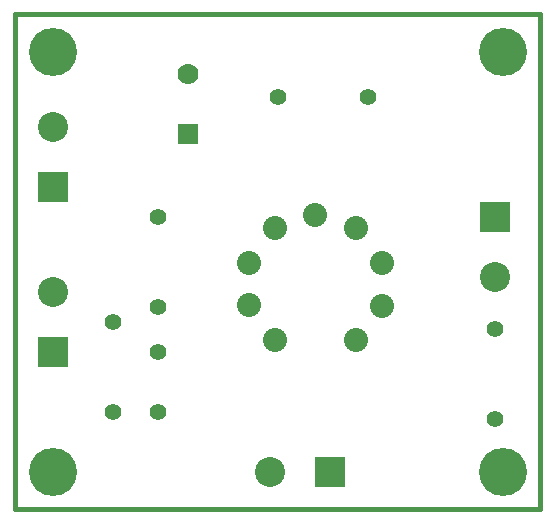
<source format=gbr>
%TF.GenerationSoftware,KiCad,Pcbnew,(5.1.12)-1*%
%TF.CreationDate,2022-03-02T10:16:57+00:00*%
%TF.ProjectId,ecc83-pp,65636338-332d-4707-902e-6b696361645f,rev?*%
%TF.SameCoordinates,Original*%
%TF.FileFunction,Copper,L1,Top*%
%TF.FilePolarity,Positive*%
%FSLAX46Y46*%
G04 Gerber Fmt 4.6, Leading zero omitted, Abs format (unit mm)*
G04 Created by KiCad (PCBNEW (5.1.12)-1) date 2022-03-02 10:16:57*
%MOMM*%
%LPD*%
G01*
G04 APERTURE LIST*
%TA.AperFunction,Profile*%
%ADD10C,0.381000*%
%TD*%
%TA.AperFunction,ComponentPad*%
%ADD11C,4.064000*%
%TD*%
%TA.AperFunction,ComponentPad*%
%ADD12C,2.032000*%
%TD*%
%TA.AperFunction,ComponentPad*%
%ADD13C,1.397000*%
%TD*%
%TA.AperFunction,ComponentPad*%
%ADD14R,1.778000X1.778000*%
%TD*%
%TA.AperFunction,ComponentPad*%
%ADD15C,1.778000*%
%TD*%
%TA.AperFunction,ComponentPad*%
%ADD16R,2.540000X2.540000*%
%TD*%
%TA.AperFunction,ComponentPad*%
%ADD17C,2.540000*%
%TD*%
G04 APERTURE END LIST*
D10*
X123825000Y-132715000D02*
X168275000Y-132715000D01*
X168275000Y-90805000D02*
X123825000Y-90805000D01*
X168275000Y-90805000D02*
X168275000Y-132715000D01*
X123825000Y-90805000D02*
X123825000Y-132715000D01*
D11*
%TO.P,1PIN,1*%
%TO.N,N/C*%
X127000000Y-129540000D03*
%TD*%
%TO.P,1PIN,1*%
%TO.N,N/C*%
X165100000Y-129540000D03*
%TD*%
%TO.P,1PIN,1*%
%TO.N,N/C*%
X165100000Y-93980000D03*
%TD*%
%TO.P,1PIN,1*%
%TO.N,N/C*%
X127000000Y-93980000D03*
%TD*%
D12*
%TO.P,U1,1*%
%TO.N,N-000001*%
X152679400Y-118419880D03*
%TO.P,U1,2*%
%TO.N,N-000004*%
X154833320Y-115493800D03*
%TO.P,U1,3*%
%TO.N,N-000005*%
X154833320Y-111836200D03*
%TO.P,U1,4*%
%TO.N,N-000007*%
X152679400Y-108910120D03*
%TO.P,U1,5*%
X149225000Y-107772200D03*
%TO.P,U1,6*%
%TO.N,N-000008*%
X145770600Y-108910120D03*
%TO.P,U1,7*%
%TO.N,N-000001*%
X143616680Y-111836200D03*
%TO.P,U1,8*%
%TO.N,N-000009*%
X143616680Y-115453160D03*
%TO.P,U1,9*%
%TO.N,N-000002*%
X145770600Y-118419880D03*
%TD*%
D13*
%TO.P,R2,1*%
%TO.N,N-000005*%
X153670000Y-97790000D03*
%TO.P,R2,2*%
%TO.N,GND*%
X146050000Y-97790000D03*
%TD*%
%TO.P,R4,1*%
%TO.N,N-000004*%
X164465000Y-117475000D03*
%TO.P,R4,2*%
%TO.N,GND*%
X164465000Y-125095000D03*
%TD*%
%TO.P,R3,1*%
%TO.N,N-000006*%
X132080000Y-124460000D03*
%TO.P,R3,2*%
%TO.N,GND*%
X132080000Y-116840000D03*
%TD*%
%TO.P,R1,1*%
%TO.N,N-000001*%
X135890000Y-107950000D03*
%TO.P,R1,2*%
%TO.N,N-000009*%
X135890000Y-115570000D03*
%TD*%
D14*
%TO.P,C1,1*%
%TO.N,N-000008*%
X138430000Y-100965000D03*
D15*
%TO.P,C1,2*%
%TO.N,GND*%
X138430000Y-95885000D03*
%TD*%
D13*
%TO.P,C2,1*%
%TO.N,N-000006*%
X135890000Y-124460000D03*
%TO.P,C2,2*%
%TO.N,N-000009*%
X135890000Y-119380000D03*
%TD*%
D16*
%TO.P,P3,1*%
%TO.N,N-000008*%
X127000000Y-105410000D03*
D17*
%TO.P,P3,2*%
%TO.N,GND*%
X127000000Y-100330000D03*
%TD*%
D16*
%TO.P,P1,1*%
%TO.N,GND*%
X164465000Y-107950000D03*
D17*
%TO.P,P1,2*%
%TO.N,N-000004*%
X164465000Y-113030000D03*
%TD*%
D16*
%TO.P,P2,1*%
%TO.N,N-000006*%
X127000000Y-119380000D03*
D17*
%TO.P,P2,2*%
%TO.N,GND*%
X127000000Y-114300000D03*
%TD*%
D16*
%TO.P,P4,1*%
%TO.N,N-000007*%
X150495000Y-129540000D03*
D17*
%TO.P,P4,2*%
%TO.N,N-000002*%
X145415000Y-129540000D03*
%TD*%
M02*

</source>
